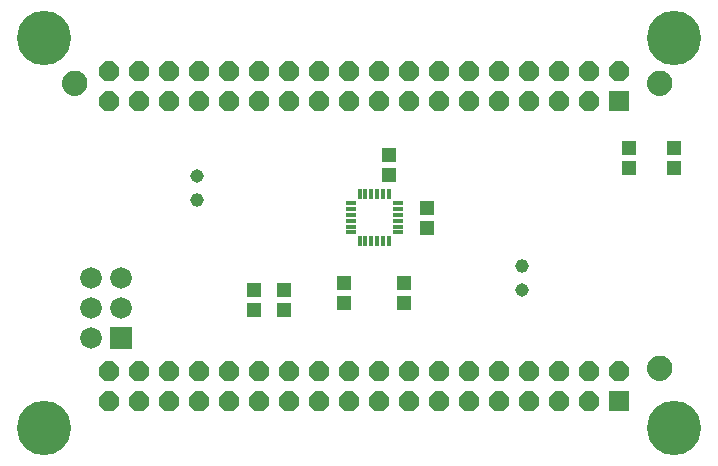
<source format=gbr>
G04 EAGLE Gerber RS-274X export*
G75*
%MOMM*%
%FSLAX34Y34*%
%LPD*%
%INSoldermask Top*%
%IPPOS*%
%AMOC8*
5,1,8,0,0,1.08239X$1,22.5*%
G01*
%ADD10R,1.252400X1.152400*%
%ADD11C,0.609600*%
%ADD12C,1.168400*%
%ADD13C,1.157200*%
%ADD14C,1.143000*%
%ADD15C,4.597400*%
%ADD16R,0.942400X0.412400*%
%ADD17R,0.412400X0.942400*%
%ADD18R,1.676400X1.676400*%
%ADD19P,1.814519X8X202.500000*%
%ADD20R,1.828800X1.828800*%
%ADD21C,1.828800*%


D10*
X-381000Y156600D03*
X-381000Y173600D03*
X-361950Y220100D03*
X-361950Y237100D03*
X-393700Y264550D03*
X-393700Y281550D03*
X-431800Y156600D03*
X-431800Y173600D03*
X-152400Y270900D03*
X-152400Y287900D03*
D11*
X-172720Y101600D02*
X-172718Y101787D01*
X-172711Y101974D01*
X-172699Y102161D01*
X-172683Y102347D01*
X-172663Y102533D01*
X-172638Y102718D01*
X-172608Y102903D01*
X-172574Y103087D01*
X-172535Y103270D01*
X-172492Y103452D01*
X-172444Y103632D01*
X-172392Y103812D01*
X-172335Y103990D01*
X-172275Y104167D01*
X-172209Y104342D01*
X-172140Y104516D01*
X-172066Y104688D01*
X-171988Y104858D01*
X-171906Y105026D01*
X-171820Y105192D01*
X-171730Y105356D01*
X-171636Y105517D01*
X-171538Y105677D01*
X-171436Y105833D01*
X-171330Y105988D01*
X-171220Y106139D01*
X-171107Y106288D01*
X-170990Y106434D01*
X-170870Y106577D01*
X-170746Y106717D01*
X-170619Y106854D01*
X-170488Y106988D01*
X-170354Y107119D01*
X-170217Y107246D01*
X-170077Y107370D01*
X-169934Y107490D01*
X-169788Y107607D01*
X-169639Y107720D01*
X-169488Y107830D01*
X-169333Y107936D01*
X-169177Y108038D01*
X-169017Y108136D01*
X-168856Y108230D01*
X-168692Y108320D01*
X-168526Y108406D01*
X-168358Y108488D01*
X-168188Y108566D01*
X-168016Y108640D01*
X-167842Y108709D01*
X-167667Y108775D01*
X-167490Y108835D01*
X-167312Y108892D01*
X-167132Y108944D01*
X-166952Y108992D01*
X-166770Y109035D01*
X-166587Y109074D01*
X-166403Y109108D01*
X-166218Y109138D01*
X-166033Y109163D01*
X-165847Y109183D01*
X-165661Y109199D01*
X-165474Y109211D01*
X-165287Y109218D01*
X-165100Y109220D01*
X-164913Y109218D01*
X-164726Y109211D01*
X-164539Y109199D01*
X-164353Y109183D01*
X-164167Y109163D01*
X-163982Y109138D01*
X-163797Y109108D01*
X-163613Y109074D01*
X-163430Y109035D01*
X-163248Y108992D01*
X-163068Y108944D01*
X-162888Y108892D01*
X-162710Y108835D01*
X-162533Y108775D01*
X-162358Y108709D01*
X-162184Y108640D01*
X-162012Y108566D01*
X-161842Y108488D01*
X-161674Y108406D01*
X-161508Y108320D01*
X-161344Y108230D01*
X-161183Y108136D01*
X-161023Y108038D01*
X-160867Y107936D01*
X-160712Y107830D01*
X-160561Y107720D01*
X-160412Y107607D01*
X-160266Y107490D01*
X-160123Y107370D01*
X-159983Y107246D01*
X-159846Y107119D01*
X-159712Y106988D01*
X-159581Y106854D01*
X-159454Y106717D01*
X-159330Y106577D01*
X-159210Y106434D01*
X-159093Y106288D01*
X-158980Y106139D01*
X-158870Y105988D01*
X-158764Y105833D01*
X-158662Y105677D01*
X-158564Y105517D01*
X-158470Y105356D01*
X-158380Y105192D01*
X-158294Y105026D01*
X-158212Y104858D01*
X-158134Y104688D01*
X-158060Y104516D01*
X-157991Y104342D01*
X-157925Y104167D01*
X-157865Y103990D01*
X-157808Y103812D01*
X-157756Y103632D01*
X-157708Y103452D01*
X-157665Y103270D01*
X-157626Y103087D01*
X-157592Y102903D01*
X-157562Y102718D01*
X-157537Y102533D01*
X-157517Y102347D01*
X-157501Y102161D01*
X-157489Y101974D01*
X-157482Y101787D01*
X-157480Y101600D01*
X-157482Y101413D01*
X-157489Y101226D01*
X-157501Y101039D01*
X-157517Y100853D01*
X-157537Y100667D01*
X-157562Y100482D01*
X-157592Y100297D01*
X-157626Y100113D01*
X-157665Y99930D01*
X-157708Y99748D01*
X-157756Y99568D01*
X-157808Y99388D01*
X-157865Y99210D01*
X-157925Y99033D01*
X-157991Y98858D01*
X-158060Y98684D01*
X-158134Y98512D01*
X-158212Y98342D01*
X-158294Y98174D01*
X-158380Y98008D01*
X-158470Y97844D01*
X-158564Y97683D01*
X-158662Y97523D01*
X-158764Y97367D01*
X-158870Y97212D01*
X-158980Y97061D01*
X-159093Y96912D01*
X-159210Y96766D01*
X-159330Y96623D01*
X-159454Y96483D01*
X-159581Y96346D01*
X-159712Y96212D01*
X-159846Y96081D01*
X-159983Y95954D01*
X-160123Y95830D01*
X-160266Y95710D01*
X-160412Y95593D01*
X-160561Y95480D01*
X-160712Y95370D01*
X-160867Y95264D01*
X-161023Y95162D01*
X-161183Y95064D01*
X-161344Y94970D01*
X-161508Y94880D01*
X-161674Y94794D01*
X-161842Y94712D01*
X-162012Y94634D01*
X-162184Y94560D01*
X-162358Y94491D01*
X-162533Y94425D01*
X-162710Y94365D01*
X-162888Y94308D01*
X-163068Y94256D01*
X-163248Y94208D01*
X-163430Y94165D01*
X-163613Y94126D01*
X-163797Y94092D01*
X-163982Y94062D01*
X-164167Y94037D01*
X-164353Y94017D01*
X-164539Y94001D01*
X-164726Y93989D01*
X-164913Y93982D01*
X-165100Y93980D01*
X-165287Y93982D01*
X-165474Y93989D01*
X-165661Y94001D01*
X-165847Y94017D01*
X-166033Y94037D01*
X-166218Y94062D01*
X-166403Y94092D01*
X-166587Y94126D01*
X-166770Y94165D01*
X-166952Y94208D01*
X-167132Y94256D01*
X-167312Y94308D01*
X-167490Y94365D01*
X-167667Y94425D01*
X-167842Y94491D01*
X-168016Y94560D01*
X-168188Y94634D01*
X-168358Y94712D01*
X-168526Y94794D01*
X-168692Y94880D01*
X-168856Y94970D01*
X-169017Y95064D01*
X-169177Y95162D01*
X-169333Y95264D01*
X-169488Y95370D01*
X-169639Y95480D01*
X-169788Y95593D01*
X-169934Y95710D01*
X-170077Y95830D01*
X-170217Y95954D01*
X-170354Y96081D01*
X-170488Y96212D01*
X-170619Y96346D01*
X-170746Y96483D01*
X-170870Y96623D01*
X-170990Y96766D01*
X-171107Y96912D01*
X-171220Y97061D01*
X-171330Y97212D01*
X-171436Y97367D01*
X-171538Y97523D01*
X-171636Y97683D01*
X-171730Y97844D01*
X-171820Y98008D01*
X-171906Y98174D01*
X-171988Y98342D01*
X-172066Y98512D01*
X-172140Y98684D01*
X-172209Y98858D01*
X-172275Y99033D01*
X-172335Y99210D01*
X-172392Y99388D01*
X-172444Y99568D01*
X-172492Y99748D01*
X-172535Y99930D01*
X-172574Y100113D01*
X-172608Y100297D01*
X-172638Y100482D01*
X-172663Y100667D01*
X-172683Y100853D01*
X-172699Y101039D01*
X-172711Y101226D01*
X-172718Y101413D01*
X-172720Y101600D01*
D12*
X-165100Y101600D03*
D11*
X-172720Y342900D02*
X-172718Y343087D01*
X-172711Y343274D01*
X-172699Y343461D01*
X-172683Y343647D01*
X-172663Y343833D01*
X-172638Y344018D01*
X-172608Y344203D01*
X-172574Y344387D01*
X-172535Y344570D01*
X-172492Y344752D01*
X-172444Y344932D01*
X-172392Y345112D01*
X-172335Y345290D01*
X-172275Y345467D01*
X-172209Y345642D01*
X-172140Y345816D01*
X-172066Y345988D01*
X-171988Y346158D01*
X-171906Y346326D01*
X-171820Y346492D01*
X-171730Y346656D01*
X-171636Y346817D01*
X-171538Y346977D01*
X-171436Y347133D01*
X-171330Y347288D01*
X-171220Y347439D01*
X-171107Y347588D01*
X-170990Y347734D01*
X-170870Y347877D01*
X-170746Y348017D01*
X-170619Y348154D01*
X-170488Y348288D01*
X-170354Y348419D01*
X-170217Y348546D01*
X-170077Y348670D01*
X-169934Y348790D01*
X-169788Y348907D01*
X-169639Y349020D01*
X-169488Y349130D01*
X-169333Y349236D01*
X-169177Y349338D01*
X-169017Y349436D01*
X-168856Y349530D01*
X-168692Y349620D01*
X-168526Y349706D01*
X-168358Y349788D01*
X-168188Y349866D01*
X-168016Y349940D01*
X-167842Y350009D01*
X-167667Y350075D01*
X-167490Y350135D01*
X-167312Y350192D01*
X-167132Y350244D01*
X-166952Y350292D01*
X-166770Y350335D01*
X-166587Y350374D01*
X-166403Y350408D01*
X-166218Y350438D01*
X-166033Y350463D01*
X-165847Y350483D01*
X-165661Y350499D01*
X-165474Y350511D01*
X-165287Y350518D01*
X-165100Y350520D01*
X-164913Y350518D01*
X-164726Y350511D01*
X-164539Y350499D01*
X-164353Y350483D01*
X-164167Y350463D01*
X-163982Y350438D01*
X-163797Y350408D01*
X-163613Y350374D01*
X-163430Y350335D01*
X-163248Y350292D01*
X-163068Y350244D01*
X-162888Y350192D01*
X-162710Y350135D01*
X-162533Y350075D01*
X-162358Y350009D01*
X-162184Y349940D01*
X-162012Y349866D01*
X-161842Y349788D01*
X-161674Y349706D01*
X-161508Y349620D01*
X-161344Y349530D01*
X-161183Y349436D01*
X-161023Y349338D01*
X-160867Y349236D01*
X-160712Y349130D01*
X-160561Y349020D01*
X-160412Y348907D01*
X-160266Y348790D01*
X-160123Y348670D01*
X-159983Y348546D01*
X-159846Y348419D01*
X-159712Y348288D01*
X-159581Y348154D01*
X-159454Y348017D01*
X-159330Y347877D01*
X-159210Y347734D01*
X-159093Y347588D01*
X-158980Y347439D01*
X-158870Y347288D01*
X-158764Y347133D01*
X-158662Y346977D01*
X-158564Y346817D01*
X-158470Y346656D01*
X-158380Y346492D01*
X-158294Y346326D01*
X-158212Y346158D01*
X-158134Y345988D01*
X-158060Y345816D01*
X-157991Y345642D01*
X-157925Y345467D01*
X-157865Y345290D01*
X-157808Y345112D01*
X-157756Y344932D01*
X-157708Y344752D01*
X-157665Y344570D01*
X-157626Y344387D01*
X-157592Y344203D01*
X-157562Y344018D01*
X-157537Y343833D01*
X-157517Y343647D01*
X-157501Y343461D01*
X-157489Y343274D01*
X-157482Y343087D01*
X-157480Y342900D01*
X-157482Y342713D01*
X-157489Y342526D01*
X-157501Y342339D01*
X-157517Y342153D01*
X-157537Y341967D01*
X-157562Y341782D01*
X-157592Y341597D01*
X-157626Y341413D01*
X-157665Y341230D01*
X-157708Y341048D01*
X-157756Y340868D01*
X-157808Y340688D01*
X-157865Y340510D01*
X-157925Y340333D01*
X-157991Y340158D01*
X-158060Y339984D01*
X-158134Y339812D01*
X-158212Y339642D01*
X-158294Y339474D01*
X-158380Y339308D01*
X-158470Y339144D01*
X-158564Y338983D01*
X-158662Y338823D01*
X-158764Y338667D01*
X-158870Y338512D01*
X-158980Y338361D01*
X-159093Y338212D01*
X-159210Y338066D01*
X-159330Y337923D01*
X-159454Y337783D01*
X-159581Y337646D01*
X-159712Y337512D01*
X-159846Y337381D01*
X-159983Y337254D01*
X-160123Y337130D01*
X-160266Y337010D01*
X-160412Y336893D01*
X-160561Y336780D01*
X-160712Y336670D01*
X-160867Y336564D01*
X-161023Y336462D01*
X-161183Y336364D01*
X-161344Y336270D01*
X-161508Y336180D01*
X-161674Y336094D01*
X-161842Y336012D01*
X-162012Y335934D01*
X-162184Y335860D01*
X-162358Y335791D01*
X-162533Y335725D01*
X-162710Y335665D01*
X-162888Y335608D01*
X-163068Y335556D01*
X-163248Y335508D01*
X-163430Y335465D01*
X-163613Y335426D01*
X-163797Y335392D01*
X-163982Y335362D01*
X-164167Y335337D01*
X-164353Y335317D01*
X-164539Y335301D01*
X-164726Y335289D01*
X-164913Y335282D01*
X-165100Y335280D01*
X-165287Y335282D01*
X-165474Y335289D01*
X-165661Y335301D01*
X-165847Y335317D01*
X-166033Y335337D01*
X-166218Y335362D01*
X-166403Y335392D01*
X-166587Y335426D01*
X-166770Y335465D01*
X-166952Y335508D01*
X-167132Y335556D01*
X-167312Y335608D01*
X-167490Y335665D01*
X-167667Y335725D01*
X-167842Y335791D01*
X-168016Y335860D01*
X-168188Y335934D01*
X-168358Y336012D01*
X-168526Y336094D01*
X-168692Y336180D01*
X-168856Y336270D01*
X-169017Y336364D01*
X-169177Y336462D01*
X-169333Y336564D01*
X-169488Y336670D01*
X-169639Y336780D01*
X-169788Y336893D01*
X-169934Y337010D01*
X-170077Y337130D01*
X-170217Y337254D01*
X-170354Y337381D01*
X-170488Y337512D01*
X-170619Y337646D01*
X-170746Y337783D01*
X-170870Y337923D01*
X-170990Y338066D01*
X-171107Y338212D01*
X-171220Y338361D01*
X-171330Y338512D01*
X-171436Y338667D01*
X-171538Y338823D01*
X-171636Y338983D01*
X-171730Y339144D01*
X-171820Y339308D01*
X-171906Y339474D01*
X-171988Y339642D01*
X-172066Y339812D01*
X-172140Y339984D01*
X-172209Y340158D01*
X-172275Y340333D01*
X-172335Y340510D01*
X-172392Y340688D01*
X-172444Y340868D01*
X-172492Y341048D01*
X-172535Y341230D01*
X-172574Y341413D01*
X-172608Y341597D01*
X-172638Y341782D01*
X-172663Y341967D01*
X-172683Y342153D01*
X-172699Y342339D01*
X-172711Y342526D01*
X-172718Y342713D01*
X-172720Y342900D01*
D12*
X-165100Y342900D03*
D11*
X-668020Y342900D02*
X-668018Y343087D01*
X-668011Y343274D01*
X-667999Y343461D01*
X-667983Y343647D01*
X-667963Y343833D01*
X-667938Y344018D01*
X-667908Y344203D01*
X-667874Y344387D01*
X-667835Y344570D01*
X-667792Y344752D01*
X-667744Y344932D01*
X-667692Y345112D01*
X-667635Y345290D01*
X-667575Y345467D01*
X-667509Y345642D01*
X-667440Y345816D01*
X-667366Y345988D01*
X-667288Y346158D01*
X-667206Y346326D01*
X-667120Y346492D01*
X-667030Y346656D01*
X-666936Y346817D01*
X-666838Y346977D01*
X-666736Y347133D01*
X-666630Y347288D01*
X-666520Y347439D01*
X-666407Y347588D01*
X-666290Y347734D01*
X-666170Y347877D01*
X-666046Y348017D01*
X-665919Y348154D01*
X-665788Y348288D01*
X-665654Y348419D01*
X-665517Y348546D01*
X-665377Y348670D01*
X-665234Y348790D01*
X-665088Y348907D01*
X-664939Y349020D01*
X-664788Y349130D01*
X-664633Y349236D01*
X-664477Y349338D01*
X-664317Y349436D01*
X-664156Y349530D01*
X-663992Y349620D01*
X-663826Y349706D01*
X-663658Y349788D01*
X-663488Y349866D01*
X-663316Y349940D01*
X-663142Y350009D01*
X-662967Y350075D01*
X-662790Y350135D01*
X-662612Y350192D01*
X-662432Y350244D01*
X-662252Y350292D01*
X-662070Y350335D01*
X-661887Y350374D01*
X-661703Y350408D01*
X-661518Y350438D01*
X-661333Y350463D01*
X-661147Y350483D01*
X-660961Y350499D01*
X-660774Y350511D01*
X-660587Y350518D01*
X-660400Y350520D01*
X-660213Y350518D01*
X-660026Y350511D01*
X-659839Y350499D01*
X-659653Y350483D01*
X-659467Y350463D01*
X-659282Y350438D01*
X-659097Y350408D01*
X-658913Y350374D01*
X-658730Y350335D01*
X-658548Y350292D01*
X-658368Y350244D01*
X-658188Y350192D01*
X-658010Y350135D01*
X-657833Y350075D01*
X-657658Y350009D01*
X-657484Y349940D01*
X-657312Y349866D01*
X-657142Y349788D01*
X-656974Y349706D01*
X-656808Y349620D01*
X-656644Y349530D01*
X-656483Y349436D01*
X-656323Y349338D01*
X-656167Y349236D01*
X-656012Y349130D01*
X-655861Y349020D01*
X-655712Y348907D01*
X-655566Y348790D01*
X-655423Y348670D01*
X-655283Y348546D01*
X-655146Y348419D01*
X-655012Y348288D01*
X-654881Y348154D01*
X-654754Y348017D01*
X-654630Y347877D01*
X-654510Y347734D01*
X-654393Y347588D01*
X-654280Y347439D01*
X-654170Y347288D01*
X-654064Y347133D01*
X-653962Y346977D01*
X-653864Y346817D01*
X-653770Y346656D01*
X-653680Y346492D01*
X-653594Y346326D01*
X-653512Y346158D01*
X-653434Y345988D01*
X-653360Y345816D01*
X-653291Y345642D01*
X-653225Y345467D01*
X-653165Y345290D01*
X-653108Y345112D01*
X-653056Y344932D01*
X-653008Y344752D01*
X-652965Y344570D01*
X-652926Y344387D01*
X-652892Y344203D01*
X-652862Y344018D01*
X-652837Y343833D01*
X-652817Y343647D01*
X-652801Y343461D01*
X-652789Y343274D01*
X-652782Y343087D01*
X-652780Y342900D01*
X-652782Y342713D01*
X-652789Y342526D01*
X-652801Y342339D01*
X-652817Y342153D01*
X-652837Y341967D01*
X-652862Y341782D01*
X-652892Y341597D01*
X-652926Y341413D01*
X-652965Y341230D01*
X-653008Y341048D01*
X-653056Y340868D01*
X-653108Y340688D01*
X-653165Y340510D01*
X-653225Y340333D01*
X-653291Y340158D01*
X-653360Y339984D01*
X-653434Y339812D01*
X-653512Y339642D01*
X-653594Y339474D01*
X-653680Y339308D01*
X-653770Y339144D01*
X-653864Y338983D01*
X-653962Y338823D01*
X-654064Y338667D01*
X-654170Y338512D01*
X-654280Y338361D01*
X-654393Y338212D01*
X-654510Y338066D01*
X-654630Y337923D01*
X-654754Y337783D01*
X-654881Y337646D01*
X-655012Y337512D01*
X-655146Y337381D01*
X-655283Y337254D01*
X-655423Y337130D01*
X-655566Y337010D01*
X-655712Y336893D01*
X-655861Y336780D01*
X-656012Y336670D01*
X-656167Y336564D01*
X-656323Y336462D01*
X-656483Y336364D01*
X-656644Y336270D01*
X-656808Y336180D01*
X-656974Y336094D01*
X-657142Y336012D01*
X-657312Y335934D01*
X-657484Y335860D01*
X-657658Y335791D01*
X-657833Y335725D01*
X-658010Y335665D01*
X-658188Y335608D01*
X-658368Y335556D01*
X-658548Y335508D01*
X-658730Y335465D01*
X-658913Y335426D01*
X-659097Y335392D01*
X-659282Y335362D01*
X-659467Y335337D01*
X-659653Y335317D01*
X-659839Y335301D01*
X-660026Y335289D01*
X-660213Y335282D01*
X-660400Y335280D01*
X-660587Y335282D01*
X-660774Y335289D01*
X-660961Y335301D01*
X-661147Y335317D01*
X-661333Y335337D01*
X-661518Y335362D01*
X-661703Y335392D01*
X-661887Y335426D01*
X-662070Y335465D01*
X-662252Y335508D01*
X-662432Y335556D01*
X-662612Y335608D01*
X-662790Y335665D01*
X-662967Y335725D01*
X-663142Y335791D01*
X-663316Y335860D01*
X-663488Y335934D01*
X-663658Y336012D01*
X-663826Y336094D01*
X-663992Y336180D01*
X-664156Y336270D01*
X-664317Y336364D01*
X-664477Y336462D01*
X-664633Y336564D01*
X-664788Y336670D01*
X-664939Y336780D01*
X-665088Y336893D01*
X-665234Y337010D01*
X-665377Y337130D01*
X-665517Y337254D01*
X-665654Y337381D01*
X-665788Y337512D01*
X-665919Y337646D01*
X-666046Y337783D01*
X-666170Y337923D01*
X-666290Y338066D01*
X-666407Y338212D01*
X-666520Y338361D01*
X-666630Y338512D01*
X-666736Y338667D01*
X-666838Y338823D01*
X-666936Y338983D01*
X-667030Y339144D01*
X-667120Y339308D01*
X-667206Y339474D01*
X-667288Y339642D01*
X-667366Y339812D01*
X-667440Y339984D01*
X-667509Y340158D01*
X-667575Y340333D01*
X-667635Y340510D01*
X-667692Y340688D01*
X-667744Y340868D01*
X-667792Y341048D01*
X-667835Y341230D01*
X-667874Y341413D01*
X-667908Y341597D01*
X-667938Y341782D01*
X-667963Y341967D01*
X-667983Y342153D01*
X-667999Y342339D01*
X-668011Y342526D01*
X-668018Y342713D01*
X-668020Y342900D01*
D12*
X-660400Y342900D03*
D13*
X-556900Y244000D03*
D14*
X-556900Y264000D03*
D13*
X-281300Y187800D03*
D14*
X-281300Y167800D03*
D15*
X-152400Y381000D03*
X-685800Y381000D03*
X-152400Y50800D03*
D10*
X-190500Y270900D03*
X-190500Y287900D03*
D16*
X-426100Y241100D03*
X-426100Y236100D03*
X-426100Y231100D03*
X-426100Y226100D03*
X-426100Y221100D03*
X-426100Y216100D03*
D17*
X-418900Y208900D03*
X-413900Y208900D03*
X-408900Y208900D03*
X-403900Y208900D03*
X-398900Y208900D03*
X-393900Y208900D03*
D16*
X-386700Y216100D03*
X-386700Y221100D03*
X-386700Y226100D03*
X-386700Y231100D03*
X-386700Y236100D03*
X-386700Y241100D03*
D17*
X-393900Y248300D03*
X-398900Y248300D03*
X-403900Y248300D03*
X-408900Y248300D03*
X-413900Y248300D03*
X-418900Y248300D03*
D18*
X-198800Y73400D03*
D19*
X-198800Y98800D03*
X-224200Y73400D03*
X-224200Y98800D03*
X-249600Y73400D03*
X-249600Y98800D03*
X-275000Y73400D03*
X-275000Y98800D03*
X-300400Y73400D03*
X-300400Y98800D03*
X-325800Y73400D03*
X-325800Y98800D03*
X-351200Y73400D03*
X-351200Y98800D03*
X-376600Y73400D03*
X-376600Y98800D03*
X-402000Y73400D03*
X-402000Y98800D03*
X-427400Y73400D03*
X-427400Y98800D03*
X-452800Y73400D03*
X-452800Y98800D03*
X-478200Y73400D03*
X-478200Y98800D03*
X-503600Y73400D03*
X-503600Y98800D03*
X-529000Y73400D03*
X-529000Y98800D03*
X-554400Y73400D03*
X-554400Y98800D03*
X-579800Y73400D03*
X-579800Y98800D03*
X-605200Y73400D03*
X-605200Y98800D03*
X-630600Y73400D03*
X-630600Y98800D03*
D18*
X-198800Y327400D03*
D19*
X-198800Y352800D03*
X-224200Y327400D03*
X-224200Y352800D03*
X-249600Y327400D03*
X-249600Y352800D03*
X-275000Y327400D03*
X-275000Y352800D03*
X-300400Y327400D03*
X-300400Y352800D03*
X-325800Y327400D03*
X-325800Y352800D03*
X-351200Y327400D03*
X-351200Y352800D03*
X-376600Y327400D03*
X-376600Y352800D03*
X-402000Y327400D03*
X-402000Y352800D03*
X-427400Y327400D03*
X-427400Y352800D03*
X-452800Y327400D03*
X-452800Y352800D03*
X-478200Y327400D03*
X-478200Y352800D03*
X-503600Y327400D03*
X-503600Y352800D03*
X-529000Y327400D03*
X-529000Y352800D03*
X-554400Y327400D03*
X-554400Y352800D03*
X-579800Y327400D03*
X-579800Y352800D03*
X-605200Y327400D03*
X-605200Y352800D03*
X-630600Y327400D03*
X-630600Y352800D03*
D10*
X-508000Y150250D03*
X-508000Y167250D03*
X-482600Y150250D03*
X-482600Y167250D03*
D20*
X-621157Y126619D03*
D21*
X-646557Y126619D03*
X-621157Y152019D03*
X-646557Y152019D03*
X-621157Y177419D03*
X-646557Y177419D03*
D15*
X-685800Y50800D03*
M02*

</source>
